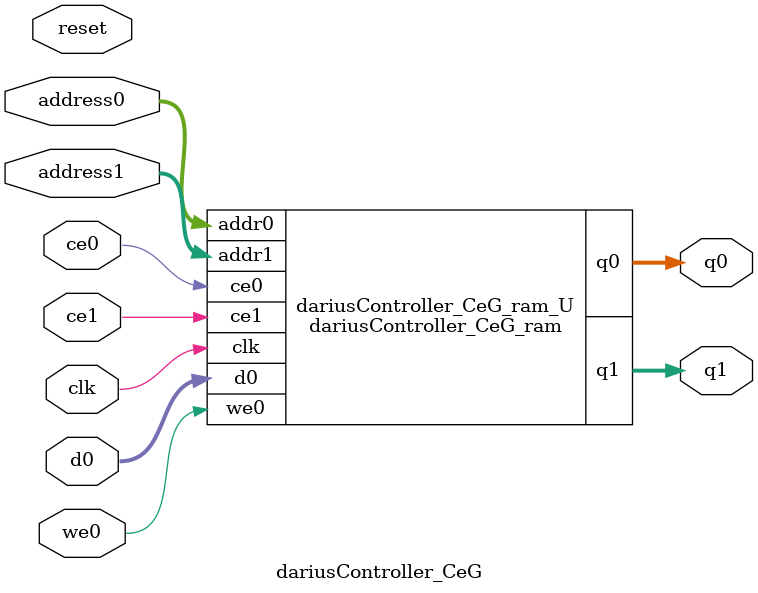
<source format=v>

`timescale 1 ns / 1 ps
module dariusController_CeG_ram (addr0, ce0, d0, we0, q0, addr1, ce1, q1,  clk);

parameter DWIDTH = 32;
parameter AWIDTH = 3;
parameter MEM_SIZE = 7;

input[AWIDTH-1:0] addr0;
input ce0;
input[DWIDTH-1:0] d0;
input we0;
output reg[DWIDTH-1:0] q0;
input[AWIDTH-1:0] addr1;
input ce1;
output reg[DWIDTH-1:0] q1;
input clk;

(* ram_style = "distributed" *)reg [DWIDTH-1:0] ram[0:MEM_SIZE-1];




always @(posedge clk)  
begin 
    if (ce0) 
    begin
        if (we0) 
        begin 
            ram[addr0] <= d0; 
            q0 <= d0;
        end 
        else 
            q0 <= ram[addr0];
    end
end


always @(posedge clk)  
begin 
    if (ce1) 
    begin
            q1 <= ram[addr1];
    end
end


endmodule


`timescale 1 ns / 1 ps
module dariusController_CeG(
    reset,
    clk,
    address0,
    ce0,
    we0,
    d0,
    q0,
    address1,
    ce1,
    q1);

parameter DataWidth = 32'd32;
parameter AddressRange = 32'd7;
parameter AddressWidth = 32'd3;
input reset;
input clk;
input[AddressWidth - 1:0] address0;
input ce0;
input we0;
input[DataWidth - 1:0] d0;
output[DataWidth - 1:0] q0;
input[AddressWidth - 1:0] address1;
input ce1;
output[DataWidth - 1:0] q1;



dariusController_CeG_ram dariusController_CeG_ram_U(
    .clk( clk ),
    .addr0( address0 ),
    .ce0( ce0 ),
    .d0( d0 ),
    .we0( we0 ),
    .q0( q0 ),
    .addr1( address1 ),
    .ce1( ce1 ),
    .q1( q1 ));

endmodule


</source>
